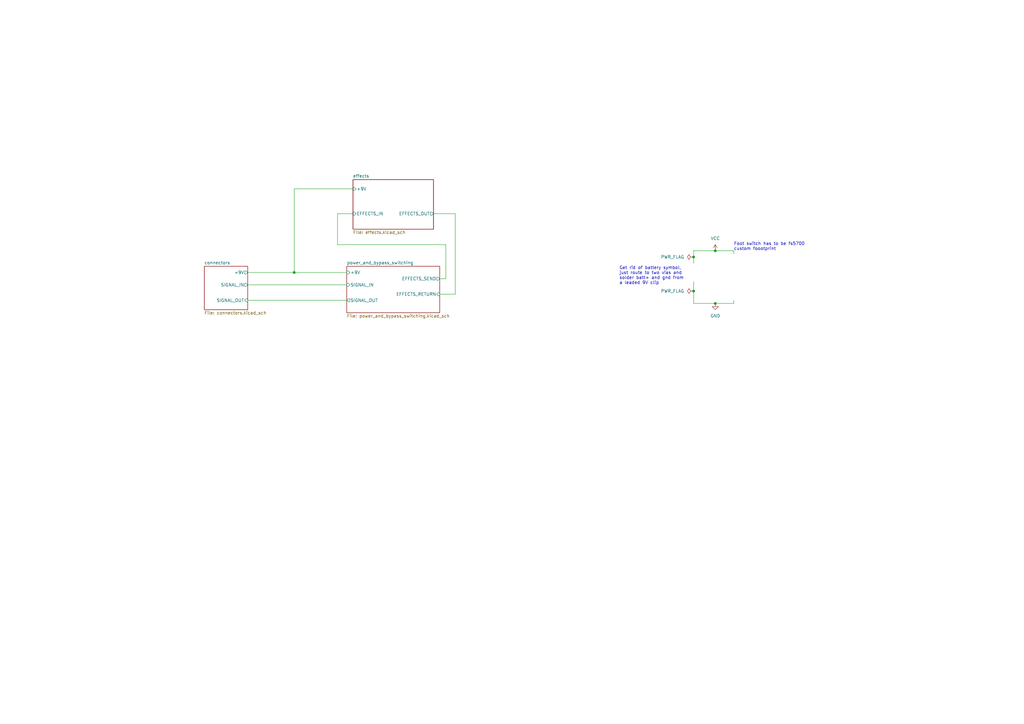
<source format=kicad_sch>
(kicad_sch (version 20211123) (generator eeschema)
  (paper "A3")
  (title_block (title "Big Muff Pi Copy") (date "2024-09-11") (rev "V0.1"))
  (lib_symbols
    (symbol "power:GND" (power) (pin_names (offset 0))
      (property "Value" "GND" (at 0 -3.81 0))
      (symbol "GND_0_1"
        (polyline (pts (xy 0 0) (xy 0 -1.27) (xy 1.27 -1.27) (xy 0 -2.54) (xy -1.27 -1.27) (xy 0 -1.27)))
      )
      (symbol "GND_1_1"
        (pin power_in line (at 0 0 270) (length 0) hide (name "GND") (number "1"))
      )
    )
    (symbol "power:PWR_FLAG" (power) (pin_numbers hide) (pin_names (offset 0) hide)
      (property "Value" "PWR_FLAG" (at 0 3.81 0))
      (symbol "PWR_FLAG_0_0"
        (pin power_out line (at 0 0 90) (length 0) (name "pwr") (number "1"))
      )
      (symbol "PWR_FLAG_0_1"
        (polyline (pts (xy 0 0) (xy 0 1.27) (xy -1.016 1.905) (xy 0 2.54) (xy 1.016 1.905) (xy 0 1.27)))
      )
    )
    (symbol "power:VCC" (power) (pin_names (offset 0))
      (property "Value" "VCC" (at 0 3.81 0))
      (symbol "VCC_0_1"
        (polyline (pts (xy -0.762 1.27) (xy 0 2.54)))
        (polyline (pts (xy 0 0) (xy 0 2.54)))
        (polyline (pts (xy 0 2.54) (xy 0.762 1.27)))
      )
      (symbol "VCC_1_1"
        (pin power_in line (at 0 0 90) (length 0) hide (name "VCC") (number "1"))
      )
    )
  )
  (junction (at 284.48 119.38))
  (junction (at 284.48 105.41))
  (junction (at 120.65 111.76))
  (junction (at 293.37 124.46))
  (junction (at 293.37 102.87))
  (wire (pts (xy 101.6 111.76) (xy 120.65 111.76)))
  (wire (pts (xy 101.6 116.84) (xy 142.24 116.84)))
  (wire (pts (xy 293.37 124.46) (xy 284.48 124.46)))
  (wire (pts (xy 300.99 123.19) (xy 300.99 124.46)))
  (wire (pts (xy 120.65 111.76) (xy 142.24 111.76)))
  (wire (pts (xy 182.88 114.3) (xy 182.88 100.33)))
  (wire (pts (xy 182.88 100.33) (xy 138.43 100.33)))
  (wire (pts (xy 284.48 107.95) (xy 284.48 105.41)))
  (wire (pts (xy 284.48 119.38) (xy 284.48 115.57)))
  (wire (pts (xy 144.78 77.47) (xy 120.65 77.47)))
  (wire (pts (xy 284.48 105.41) (xy 284.48 102.87)))
  (wire (pts (xy 101.6 123.19) (xy 142.24 123.19)))
  (wire (pts (xy 120.65 77.47) (xy 120.65 111.76)))
  (wire (pts (xy 180.34 114.3) (xy 182.88 114.3)))
  (wire (pts (xy 186.69 87.63) (xy 186.69 120.65)))
  (wire (pts (xy 300.99 124.46) (xy 293.37 124.46)))
  (wire (pts (xy 138.43 87.63) (xy 144.78 87.63)))
  (wire (pts (xy 300.99 102.87) (xy 300.99 104.14)))
  (wire (pts (xy 138.43 100.33) (xy 138.43 87.63)))
  (wire (pts (xy 284.48 124.46) (xy 284.48 119.38)))
  (wire (pts (xy 186.69 120.65) (xy 180.34 120.65)))
  (wire (pts (xy 284.48 102.87) (xy 293.37 102.87)))
  (wire (pts (xy 177.8 87.63) (xy 186.69 87.63)))
  (wire (pts (xy 293.37 102.87) (xy 300.99 102.87)))
  (text "Get rid of battery symbol, \njust route to two vias and \nsolder batt+ and gnd from \na leaded 9V clip" (at 254 116.84 0) (effects (font (size 1.27 1.27)) (justify left bottom)))
  (text "Foot switch has to be fs5700 \ncustom foootprint" (at 300.99 102.87 0) (effects (font (size 1.27 1.27)) (justify left bottom)))
  (symbol (lib_id "power:GND") (at 293.37 124.46 0) (unit 1)
    (property "Reference" "#PWR02" (effects hide))
    (property "Value" "GND" (at 293.37 129.54 0))
  )
  (symbol (lib_id "power:VCC") (at 293.37 102.87 0) (unit 1)
    (property "Reference" "#PWR01" (effects hide))
    (property "Value" "VCC" (at 293.37 97.79 0))
  )
  (symbol (lib_id "power:PWR_FLAG") (at 284.48 105.41 90) (unit 1)
    (property "Reference" "#FLG0101" (effects hide))
    (property "Value" "PWR_FLAG" (at 280.67 105.4099 90) (effects (justify left)))
  )
  (symbol (lib_id "power:PWR_FLAG") (at 284.48 119.38 90) (unit 1)
    (property "Reference" "#FLG0102" (effects hide))
    (property "Value" "PWR_FLAG" (at 280.67 119.3799 90) (effects (justify left)))
  )
  (sheet (at 142.24 109.22) (size 38.1 19.05) (stroke (width 0.1524))
    (property "Sheet name" "power_and_bypass_switching" (at 142.24 108.5084 0) (effects (justify left bottom)))
    (property "Sheet file" "power_and_bypass_switching.kicad_sch" (at 142.24 128.8546 0) (effects (justify left top)))
    (pin "SIGNAL_IN" input (at 142.24 116.84 180))
    (pin "EFFECTS_RETURN" input (at 180.34 120.65 0))
    (pin "EFFECTS_SEND" output (at 180.34 114.3 0))
    (pin "SIGNAL_OUT" output (at 142.24 123.19 180))
    (pin "+9V" input (at 142.24 111.76 180))
  )
  (sheet (at 144.78 73.66) (size 33.02 20.32) (stroke (width 0.1524))
    (property "Sheet name" "effects" (at 144.78 72.9484 0) (effects (justify left bottom)))
    (property "Sheet file" "effects.kicad_sch" (at 144.78 94.5646 0) (effects (justify left top)))
    (pin "EFFECTS_IN" input (at 144.78 87.63 180))
    (pin "EFFECTS_OUT" output (at 177.8 87.63 0))
    (pin "+9V" input (at 144.78 77.47 180))
  )
  (sheet (at 83.82 109.22) (size 17.78 17.78) (stroke (width 0.1524))
    (property "Sheet name" "connectors" (at 83.82 108.5084 0) (effects (justify left bottom)))
    (property "Sheet file" "connectors.kicad_sch" (at 83.82 127.5846 0) (effects (justify left top)))
    (pin "SIGNAL_OUT" input (at 101.6 123.19 0))
    (pin "SIGNAL_IN" output (at 101.6 116.84 0))
    (pin "+9V" output (at 101.6 111.76 0))
  )
)
</source>
